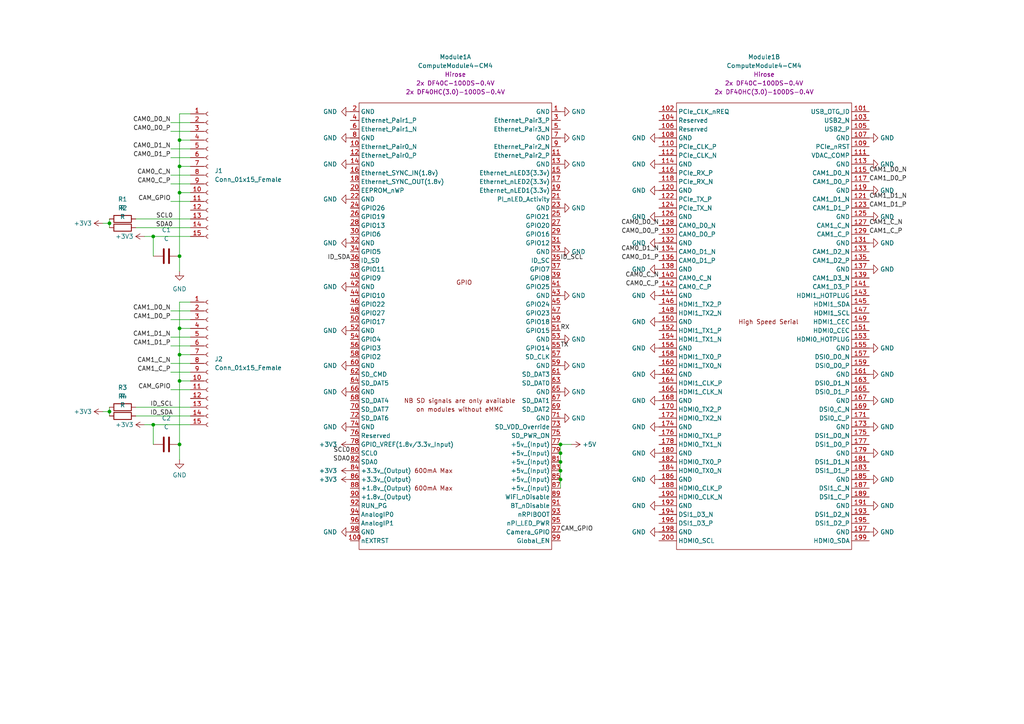
<source format=kicad_sch>
(kicad_sch (version 20211123) (generator eeschema)
  (paper "A4")
  (title_block (title "rpi carrier 1 schematic drawing") (date "2023-08-25") (company "8076ducc"))
  (lib_symbols
    (symbol "CM4IO:ComputeModule4-CM4"
      (property "Reference" "Module" (at 113.03 -68.58 0))
      (property "Value" "ComputeModule4-CM4" (at 140.97 2.54 0))
      (property "Manufacturer" "Hirose" (at 0 0 0))
      (property "MPN" "2x DF40C-100DS-0.4V" (at 0 -2.54 0))
      (property "MPN (Alt)" "2x DF40HC(3.0)-100DS-0.4V" (at 0 0 0))
      (symbol "ComputeModule4-CM4_1_0"
        (text "GPIO" (at 0 6.35 0) (effects (font (size 1.27 1.27))))
      )
      (symbol "ComputeModule4-CM4_1_1"
        (rectangle (start -30.48 -71.12) (end 25.4 58.42))
        (text "600mA Max" (at -8.89 -53.34 0) (effects (font (size 1.27 1.27))))
        (text "600mA Max" (at -8.89 -48.26 0) (effects (font (size 1.27 1.27))))
        (text "NB SD signals are only available" (at -1.27 -27.94 0) (effects (font (size 1.27 1.27))))
        (text "on modules without eMMC" (at -1.27 -30.48 0) (effects (font (size 1.27 1.27))))
        (pin power_in line (at 27.94 55.88 180) (length 2.54) (name "GND") (number "1"))
        (pin passive line (at -33.02 45.72 0) (length 2.54) (name "Ethernet_Pair0_N") (number "10"))
        (pin output line (at -33.02 -68.58 0) (length 2.54) (name "nEXTRST") (number "100"))
        (pin passive line (at 27.94 43.18 180) (length 2.54) (name "Ethernet_Pair2_P") (number "11"))
        (pin passive line (at -33.02 43.18 0) (length 2.54) (name "Ethernet_Pair0_P") (number "12"))
        (pin power_in line (at 27.94 40.64 180) (length 2.54) (name "GND") (number "13"))
        (pin power_in line (at -33.02 40.64 0) (length 2.54) (name "GND") (number "14"))
        (pin output line (at 27.94 38.1 180) (length 2.54) (name "Ethernet_nLED3(3.3v)") (number "15"))
        (pin input line (at -33.02 38.1 0) (length 2.54) (name "Ethernet_SYNC_IN(1.8v)") (number "16"))
        (pin output line (at 27.94 35.56 180) (length 2.54) (name "Ethernet_nLED2(3.3v)") (number "17"))
        (pin input line (at -33.02 35.56 0) (length 2.54) (name "Ethernet_SYNC_OUT(1.8v)") (number "18"))
        (pin output line (at 27.94 33.02 180) (length 2.54) (name "Ethernet_nLED1(3.3v)") (number "19"))
        (pin power_in line (at -33.02 55.88 0) (length 2.54) (name "GND") (number "2"))
        (pin passive line (at -33.02 33.02 0) (length 2.54) (name "EEPROM_nWP") (number "20"))
        (pin open_collector line (at 27.94 30.48 180) (length 2.54) (name "PI_nLED_Activity") (number "21"))
        (pin power_in line (at -33.02 30.48 0) (length 2.54) (name "GND") (number "22"))
        (pin power_in line (at 27.94 27.94 180) (length 2.54) (name "GND") (number "23"))
        (pin passive line (at -33.02 27.94 0) (length 2.54) (name "GPIO26") (number "24"))
        (pin passive line (at 27.94 25.4 180) (length 2.54) (name "GPIO21") (number "25"))
        (pin passive line (at -33.02 25.4 0) (length 2.54) (name "GPIO19") (number "26"))
        (pin passive line (at 27.94 22.86 180) (length 2.54) (name "GPIO20") (number "27"))
        (pin passive line (at -33.02 22.86 0) (length 2.54) (name "GPIO13") (number "28"))
        (pin passive line (at 27.94 20.32 180) (length 2.54) (name "GPIO16") (number "29"))
        (pin passive line (at 27.94 53.34 180) (length 2.54) (name "Ethernet_Pair3_P") (number "3"))
        (pin passive line (at -33.02 20.32 0) (length 2.54) (name "GPIO6") (number "30"))
        (pin passive line (at 27.94 17.78 180) (length 2.54) (name "GPIO12") (number "31"))
        (pin power_in line (at -33.02 17.78 0) (length 2.54) (name "GND") (number "32"))
        (pin power_in line (at 27.94 15.24 180) (length 2.54) (name "GND") (number "33"))
        (pin passive line (at -33.02 15.24 0) (length 2.54) (name "GPIO5") (number "34"))
        (pin passive line (at 27.94 12.7 180) (length 2.54) (name "ID_SC") (number "35"))
        (pin passive line (at -33.02 12.7 0) (length 2.54) (name "ID_SD") (number "36"))
        (pin passive line (at 27.94 10.16 180) (length 2.54) (name "GPIO7") (number "37"))
        (pin passive line (at -33.02 10.16 0) (length 2.54) (name "GPIO11") (number "38"))
        (pin passive line (at 27.94 7.62 180) (length 2.54) (name "GPIO8") (number "39"))
        (pin passive line (at -33.02 53.34 0) (length 2.54) (name "Ethernet_Pair1_P") (number "4"))
        (pin passive line (at -33.02 7.62 0) (length 2.54) (name "GPIO9") (number "40"))
        (pin passive line (at 27.94 5.08 180) (length 2.54) (name "GPIO25") (number "41"))
        (pin power_in line (at -33.02 5.08 0) (length 2.54) (name "GND") (number "42"))
        (pin power_in line (at 27.94 2.54 180) (length 2.54) (name "GND") (number "43"))
        (pin passive line (at -33.02 2.54 0) (length 2.54) (name "GPIO10") (number "44"))
        (pin passive line (at 27.94 0 180) (length 2.54) (name "GPIO24") (number "45"))
        (pin passive line (at -33.02 0 0) (length 2.54) (name "GPIO22") (number "46"))
        (pin passive line (at 27.94 -2.54 180) (length 2.54) (name "GPIO23") (number "47"))
        (pin passive line (at -33.02 -2.54 0) (length 2.54) (name "GPIO27") (number "48"))
        (pin passive line (at 27.94 -5.08 180) (length 2.54) (name "GPIO18") (number "49"))
        (pin passive line (at 27.94 50.8 180) (length 2.54) (name "Ethernet_Pair3_N") (number "5"))
        (pin passive line (at -33.02 -5.08 0) (length 2.54) (name "GPIO17") (number "50"))
        (pin passive line (at 27.94 -7.62 180) (length 2.54) (name "GPIO15") (number "51"))
        (pin power_in line (at -33.02 -7.62 0) (length 2.54) (name "GND") (number "52"))
        (pin power_in line (at 27.94 -10.16 180) (length 2.54) (name "GND") (number "53"))
        (pin passive line (at -33.02 -10.16 0) (length 2.54) (name "GPIO4") (number "54"))
        (pin passive line (at 27.94 -12.7 180) (length 2.54) (name "GPIO14") (number "55"))
        (pin passive line (at -33.02 -12.7 0) (length 2.54) (name "GPIO3") (number "56"))
        (pin passive line (at 27.94 -15.24 180) (length 2.54) (name "SD_CLK") (number "57"))
        (pin passive line (at -33.02 -15.24 0) (length 2.54) (name "GPIO2") (number "58"))
        (pin power_in line (at 27.94 -17.78 180) (length 2.54) (name "GND") (number "59"))
        (pin passive line (at -33.02 50.8 0) (length 2.54) (name "Ethernet_Pair1_N") (number "6"))
        (pin power_in line (at -33.02 -17.78 0) (length 2.54) (name "GND") (number "60"))
        (pin passive line (at 27.94 -20.32 180) (length 2.54) (name "SD_DAT3") (number "61"))
        (pin passive line (at -33.02 -20.32 0) (length 2.54) (name "SD_CMD") (number "62"))
        (pin passive line (at 27.94 -22.86 180) (length 2.54) (name "SD_DAT0") (number "63"))
        (pin passive line (at -33.02 -22.86 0) (length 2.54) (name "SD_DAT5") (number "64"))
        (pin power_in line (at 27.94 -25.4 180) (length 2.54) (name "GND") (number "65"))
        (pin power_in line (at -33.02 -25.4 0) (length 2.54) (name "GND") (number "66"))
        (pin passive line (at 27.94 -27.94 180) (length 2.54) (name "SD_DAT1") (number "67"))
        (pin passive line (at -33.02 -27.94 0) (length 2.54) (name "SD_DAT4") (number "68"))
        (pin passive line (at 27.94 -30.48 180) (length 2.54) (name "SD_DAT2") (number "69"))
        (pin power_in line (at 27.94 48.26 180) (length 2.54) (name "GND") (number "7"))
        (pin passive line (at -33.02 -30.48 0) (length 2.54) (name "SD_DAT7") (number "70"))
        (pin power_in line (at 27.94 -33.02 180) (length 2.54) (name "GND") (number "71"))
        (pin passive line (at -33.02 -33.02 0) (length 2.54) (name "SD_DAT6") (number "72"))
        (pin input line (at 27.94 -35.56 180) (length 2.54) (name "SD_VDD_Override") (number "73"))
        (pin power_in line (at -33.02 -35.56 0) (length 2.54) (name "GND") (number "74"))
        (pin output line (at 27.94 -38.1 180) (length 2.54) (name "SD_PWR_ON") (number "75"))
        (pin passive line (at -33.02 -38.1 0) (length 2.54) (name "Reserved") (number "76"))
        (pin power_in line (at 27.94 -40.64 180) (length 2.54) (name "+5v_(Input)") (number "77"))
        (pin power_in line (at -33.02 -40.64 0) (length 2.54) (name "GPIO_VREF(1.8v/3.3v_Input)") (number "78"))
        (pin power_in line (at 27.94 -43.18 180) (length 2.54) (name "+5v_(Input)") (number "79"))
        (pin power_in line (at -33.02 48.26 0) (length 2.54) (name "GND") (number "8"))
        (pin passive line (at -33.02 -43.18 0) (length 2.54) (name "SCL0") (number "80"))
        (pin power_in line (at 27.94 -45.72 180) (length 2.54) (name "+5v_(Input)") (number "81"))
        (pin passive line (at -33.02 -45.72 0) (length 2.54) (name "SDA0") (number "82"))
        (pin power_in line (at 27.94 -48.26 180) (length 2.54) (name "+5v_(Input)") (number "83"))
        (pin power_out line (at -33.02 -48.26 0) (length 2.54) (name "+3.3v_(Output)") (number "84"))
        (pin power_in line (at 27.94 -50.8 180) (length 2.54) (name "+5v_(Input)") (number "85"))
        (pin power_out line (at -33.02 -50.8 0) (length 2.54) (name "+3.3v_(Output)") (number "86"))
        (pin power_in line (at 27.94 -53.34 180) (length 2.54) (name "+5v_(Input)") (number "87"))
        (pin power_out line (at -33.02 -53.34 0) (length 2.54) (name "+1.8v_(Output)") (number "88"))
        (pin power_in line (at 27.94 -55.88 180) (length 2.54) (name "WiFi_nDisable") (number "89"))
        (pin passive line (at 27.94 45.72 180) (length 2.54) (name "Ethernet_Pair2_N") (number "9"))
        (pin power_out line (at -33.02 -55.88 0) (length 2.54) (name "+1.8v_(Output)") (number "90"))
        (pin power_in line (at 27.94 -58.42 180) (length 2.54) (name "BT_nDisable") (number "91"))
        (pin passive line (at -33.02 -58.42 0) (length 2.54) (name "RUN_PG") (number "92"))
        (pin input line (at 27.94 -60.96 180) (length 2.54) (name "nRPIBOOT") (number "93"))
        (pin passive line (at -33.02 -60.96 0) (length 2.54) (name "AnalogIP0") (number "94"))
        (pin output line (at 27.94 -63.5 180) (length 2.54) (name "nPI_LED_PWR") (number "95"))
        (pin passive line (at -33.02 -63.5 0) (length 2.54) (name "AnalogIP1") (number "96"))
        (pin passive line (at 27.94 -66.04 180) (length 2.54) (name "Camera_GPIO") (number "97"))
        (pin power_in line (at -33.02 -66.04 0) (length 2.54) (name "GND") (number "98"))
        (pin input line (at 27.94 -68.58 180) (length 2.54) (name "Global_EN") (number "99"))
      )
      (symbol "ComputeModule4-CM4_2_1"
        (rectangle (start 114.3 -66.04) (end 165.1 63.5))
        (text "High Speed Serial" (at 140.97 0 0) (effects (font (size 1.27 1.27))))
        (pin input line (at 170.18 60.96 180) (length 5.08) (name "USB_OTG_ID") (number "101"))
        (pin input line (at 109.22 60.96 0) (length 5.08) (name "PCIe_CLK_nREQ") (number "102"))
        (pin passive line (at 170.18 58.42 180) (length 5.08) (name "USB2_N") (number "103"))
        (pin passive line (at 109.22 58.42 0) (length 5.08) (name "Reserved") (number "104"))
        (pin passive line (at 170.18 55.88 180) (length 5.08) (name "USB2_P") (number "105"))
        (pin passive line (at 109.22 55.88 0) (length 5.08) (name "Reserved") (number "106"))
        (pin power_in line (at 170.18 53.34 180) (length 5.08) (name "GND") (number "107"))
        (pin power_in line (at 109.22 53.34 0) (length 5.08) (name "GND") (number "108"))
        (pin bidirectional line (at 170.18 50.8 180) (length 5.08) (name "PCIe_nRST") (number "109"))
        (pin output line (at 109.22 50.8 0) (length 5.08) (name "PCIe_CLK_P") (number "110"))
        (pin passive line (at 170.18 48.26 180) (length 5.08) (name "VDAC_COMP") (number "111"))
        (pin output line (at 109.22 48.26 0) (length 5.08) (name "PCIe_CLK_N") (number "112"))
        (pin power_in line (at 170.18 45.72 180) (length 5.08) (name "GND") (number "113"))
        (pin power_in line (at 109.22 45.72 0) (length 5.08) (name "GND") (number "114"))
        (pin input line (at 170.18 43.18 180) (length 5.08) (name "CAM1_D0_N") (number "115"))
        (pin input line (at 109.22 43.18 0) (length 5.08) (name "PCIe_RX_P") (number "116"))
        (pin input line (at 170.18 40.64 180) (length 5.08) (name "CAM1_D0_P") (number "117"))
        (pin input line (at 109.22 40.64 0) (length 5.08) (name "PCIe_RX_N") (number "118"))
        (pin power_in line (at 170.18 38.1 180) (length 5.08) (name "GND") (number "119"))
        (pin power_in line (at 109.22 38.1 0) (length 5.08) (name "GND") (number "120"))
        (pin input line (at 170.18 35.56 180) (length 5.08) (name "CAM1_D1_N") (number "121"))
        (pin output line (at 109.22 35.56 0) (length 5.08) (name "PCIe_TX_P") (number "122"))
        (pin input line (at 170.18 33.02 180) (length 5.08) (name "CAM1_D1_P") (number "123"))
        (pin output line (at 109.22 33.02 0) (length 5.08) (name "PCIe_TX_N") (number "124"))
        (pin power_in line (at 170.18 30.48 180) (length 5.08) (name "GND") (number "125"))
        (pin power_in line (at 109.22 30.48 0) (length 5.08) (name "GND") (number "126"))
        (pin input line (at 170.18 27.94 180) (length 5.08) (name "CAM1_C_N") (number "127"))
        (pin input line (at 109.22 27.94 0) (length 5.08) (name "CAM0_D0_N") (number "128"))
        (pin input line (at 170.18 25.4 180) (length 5.08) (name "CAM1_C_P") (number "129"))
        (pin input line (at 109.22 25.4 0) (length 5.08) (name "CAM0_D0_P") (number "130"))
        (pin power_in line (at 170.18 22.86 180) (length 5.08) (name "GND") (number "131"))
        (pin power_in line (at 109.22 22.86 0) (length 5.08) (name "GND") (number "132"))
        (pin input line (at 170.18 20.32 180) (length 5.08) (name "CAM1_D2_N") (number "133"))
        (pin input line (at 109.22 20.32 0) (length 5.08) (name "CAM0_D1_N") (number "134"))
        (pin input line (at 170.18 17.78 180) (length 5.08) (name "CAM1_D2_P") (number "135"))
        (pin input line (at 109.22 17.78 0) (length 5.08) (name "CAM0_D1_P") (number "136"))
        (pin power_in line (at 170.18 15.24 180) (length 5.08) (name "GND") (number "137"))
        (pin power_in line (at 109.22 15.24 0) (length 5.08) (name "GND") (number "138"))
        (pin input line (at 170.18 12.7 180) (length 5.08) (name "CAM1_D3_N") (number "139"))
        (pin input line (at 109.22 12.7 0) (length 5.08) (name "CAM0_C_N") (number "140"))
        (pin input line (at 170.18 10.16 180) (length 5.08) (name "CAM1_D3_P") (number "141"))
        (pin input line (at 109.22 10.16 0) (length 5.08) (name "CAM0_C_P") (number "142"))
        (pin input line (at 170.18 7.62 180) (length 5.08) (name "HDMI1_HOTPLUG") (number "143"))
        (pin power_in line (at 109.22 7.62 0) (length 5.08) (name "GND") (number "144"))
        (pin bidirectional line (at 170.18 5.08 180) (length 5.08) (name "HDMI1_SDA") (number "145"))
        (pin output line (at 109.22 5.08 0) (length 5.08) (name "HDMI1_TX2_P") (number "146"))
        (pin open_collector line (at 170.18 2.54 180) (length 5.08) (name "HDMI1_SCL") (number "147"))
        (pin output line (at 109.22 2.54 0) (length 5.08) (name "HDMI1_TX2_N") (number "148"))
        (pin open_collector line (at 170.18 0 180) (length 5.08) (name "HDMI1_CEC") (number "149"))
        (pin power_in line (at 109.22 0 0) (length 5.08) (name "GND") (number "150"))
        (pin open_collector line (at 170.18 -2.54 180) (length 5.08) (name "HDMI0_CEC") (number "151"))
        (pin output line (at 109.22 -2.54 0) (length 5.08) (name "HDMI1_TX1_P") (number "152"))
        (pin input line (at 170.18 -5.08 180) (length 5.08) (name "HDMI0_HOTPLUG") (number "153"))
        (pin output line (at 109.22 -5.08 0) (length 5.08) (name "HDMI1_TX1_N") (number "154"))
        (pin power_in line (at 170.18 -7.62 180) (length 5.08) (name "GND") (number "155"))
        (pin power_in line (at 109.22 -7.62 0) (length 5.08) (name "GND") (number "156"))
        (pin output line (at 170.18 -10.16 180) (length 5.08) (name "DSI0_D0_N") (number "157"))
        (pin output line (at 109.22 -10.16 0) (length 5.08) (name "HDMI1_TX0_P") (number "158"))
        (pin output line (at 170.18 -12.7 180) (length 5.08) (name "DSI0_D0_P") (number "159"))
        (pin output line (at 109.22 -12.7 0) (length 5.08) (name "HDMI1_TX0_N") (number "160"))
        (pin power_in line (at 170.18 -15.24 180) (length 5.08) (name "GND") (number "161"))
        (pin power_in line (at 109.22 -15.24 0) (length 5.08) (name "GND") (number "162"))
        (pin output line (at 170.18 -17.78 180) (length 5.08) (name "DSI0_D1_N") (number "163"))
        (pin output line (at 109.22 -17.78 0) (length 5.08) (name "HDMI1_CLK_P") (number "164"))
        (pin output line (at 170.18 -20.32 180) (length 5.08) (name "DSI0_D1_P") (number "165"))
        (pin output line (at 109.22 -20.32 0) (length 5.08) (name "HDMI1_CLK_N") (number "166"))
        (pin power_in line (at 170.18 -22.86 180) (length 5.08) (name "GND") (number "167"))
        (pin power_in line (at 109.22 -22.86 0) (length 5.08) (name "GND") (number "168"))
        (pin output line (at 170.18 -25.4 180) (length 5.08) (name "DSI0_C_N") (number "169"))
        (pin output line (at 109.22 -25.4 0) (length 5.08) (name "HDMI0_TX2_P") (number "170"))
        (pin output line (at 170.18 -27.94 180) (length 5.08) (name "DSI0_C_P") (number "171"))
        (pin output line (at 109.22 -27.94 0) (length 5.08) (name "HDMI0_TX2_N") (number "172"))
        (pin power_in line (at 170.18 -30.48 180) (length 5.08) (name "GND") (number "173"))
        (pin power_in line (at 109.22 -30.48 0) (length 5.08) (name "GND") (number "174"))
        (pin output line (at 170.18 -33.02 180) (length 5.08) (name "DSI1_D0_N") (number "175"))
        (pin output line (at 109.22 -33.02 0) (length 5.08) (name "HDMI0_TX1_P") (number "176"))
        (pin output line (at 170.18 -35.56 180) (length 5.08) (name "DSI1_D0_P") (number "177"))
        (pin output line (at 109.22 -35.56 0) (length 5.08) (name "HDMI0_TX1_N") (number "178"))
        (pin power_in line (at 170.18 -38.1 180) (length 5.08) (name "GND") (number "179"))
        (pin power_in line (at 109.22 -38.1 0) (length 5.08) (name "GND") (number "180"))
        (pin output line (at 170.18 -40.64 180) (length 5.08) (name "DSI1_D1_N") (number "181"))
        (pin output line (at 109.22 -40.64 0) (length 5.08) (name "HDMI0_TX0_P") (number "182"))
        (pin output line (at 170.18 -43.18 180) (length 5.08) (name "DSI1_D1_P") (number "183"))
        (pin output line (at 109.22 -43.18 0) (length 5.08) (name "HDMI0_TX0_N") (number "184"))
        (pin power_in line (at 170.18 -45.72 180) (length 5.08) (name "GND") (number "185"))
        (pin power_in line (at 109.22 -45.72 0) (length 5.08) (name "GND") (number "186"))
        (pin output line (at 170.18 -48.26 180) (length 5.08) (name "DSI1_C_N") (number "187"))
        (pin output line (at 109.22 -48.26 0) (length 5.08) (name "HDMI0_CLK_P") (number "188"))
        (pin output line (at 170.18 -50.8 180) (length 5.08) (name "DSI1_C_P") (number "189"))
        (pin output line (at 109.22 -50.8 0) (length 5.08) (name "HDMI0_CLK_N") (number "190"))
        (pin power_in line (at 170.18 -53.34 180) (length 5.08) (name "GND") (number "191"))
        (pin power_in line (at 109.22 -53.34 0) (length 5.08) (name "GND") (number "192"))
        (pin output line (at 170.18 -55.88 180) (length 5.08) (name "DSI1_D2_N") (number "193"))
        (pin output line (at 109.22 -55.88 0) (length 5.08) (name "DSI1_D3_N") (number "194"))
        (pin output line (at 170.18 -58.42 180) (length 5.08) (name "DSI1_D2_P") (number "195"))
        (pin output line (at 109.22 -58.42 0) (length 5.08) (name "DSI1_D3_P") (number "196"))
        (pin power_in line (at 170.18 -60.96 180) (length 5.08) (name "GND") (number "197"))
        (pin power_in line (at 109.22 -60.96 0) (length 5.08) (name "GND") (number "198"))
        (pin bidirectional line (at 170.18 -63.5 180) (length 5.08) (name "HDMI0_SDA") (number "199"))
        (pin open_collector line (at 109.22 -63.5 0) (length 5.08) (name "HDMI0_SCL") (number "200"))
      )
    )
    (symbol "Connector:Conn_01x15_Female" (pin_names (offset 1.016) hide)
      (property "Reference" "J" (at 0 20.32 0))
      (property "Value" "Conn_01x15_Female" (at 0 -20.32 0))
      (symbol "Conn_01x15_Female_1_1"
        (arc (start 0 -17.272) (mid -0.508 -17.78) (end 0 -18.288) (stroke (width 0.1524)))
        (arc (start 0 -14.732) (mid -0.508 -15.24) (end 0 -15.748) (stroke (width 0.1524)))
        (arc (start 0 -12.192) (mid -0.508 -12.7) (end 0 -13.208) (stroke (width 0.1524)))
        (arc (start 0 -9.652) (mid -0.508 -10.16) (end 0 -10.668) (stroke (width 0.1524)))
        (arc (start 0 -7.112) (mid -0.508 -7.62) (end 0 -8.128) (stroke (width 0.1524)))
        (arc (start 0 -4.572) (mid -0.508 -5.08) (end 0 -5.588) (stroke (width 0.1524)))
        (arc (start 0 -2.032) (mid -0.508 -2.54) (end 0 -3.048) (stroke (width 0.1524)))
        (polyline (pts (xy -1.27 -17.78) (xy -0.508 -17.78)) (stroke (width 0.1524)))
        (polyline (pts (xy -1.27 -15.24) (xy -0.508 -15.24)) (stroke (width 0.1524)))
        (polyline (pts (xy -1.27 -12.7) (xy -0.508 -12.7)) (stroke (width 0.1524)))
        (polyline (pts (xy -1.27 -10.16) (xy -0.508 -10.16)) (stroke (width 0.1524)))
        (polyline (pts (xy -1.27 -7.62) (xy -0.508 -7.62)) (stroke (width 0.1524)))
        (polyline (pts (xy -1.27 -5.08) (xy -0.508 -5.08)) (stroke (width 0.1524)))
        (polyline (pts (xy -1.27 -2.54) (xy -0.508 -2.54)) (stroke (width 0.1524)))
        (polyline (pts (xy -1.27 0) (xy -0.508 0)) (stroke (width 0.1524)))
        (polyline (pts (xy -1.27 2.54) (xy -0.508 2.54)) (stroke (width 0.1524)))
        (polyline (pts (xy -1.27 5.08) (xy -0.508 5.08)) (stroke (width 0.1524)))
        (polyline (pts (xy -1.27 7.62) (xy -0.508 7.62)) (stroke (width 0.1524)))
        (polyline (pts (xy -1.27 10.16) (xy -0.508 10.16)) (stroke (width 0.1524)))
        (polyline (pts (xy -1.27 12.7) (xy -0.508 12.7)) (stroke (width 0.1524)))
        (polyline (pts (xy -1.27 15.24) (xy -0.508 15.24)) (stroke (width 0.1524)))
        (polyline (pts (xy -1.27 17.78) (xy -0.508 17.78)) (stroke (width 0.1524)))
        (arc (start 0 0.508) (mid -0.508 0) (end 0 -0.508) (stroke (width 0.1524)))
        (arc (start 0 3.048) (mid -0.508 2.54) (end 0 2.032) (stroke (width 0.1524)))
        (arc (start 0 5.588) (mid -0.508 5.08) (end 0 4.572) (stroke (width 0.1524)))
        (arc (start 0 8.128) (mid -0.508 7.62) (end 0 7.112) (stroke (width 0.1524)))
        (arc (start 0 10.668) (mid -0.508 10.16) (end 0 9.652) (stroke (width 0.1524)))
        (arc (start 0 13.208) (mid -0.508 12.7) (end 0 12.192) (stroke (width 0.1524)))
        (arc (start 0 15.748) (mid -0.508 15.24) (end 0 14.732) (stroke (width 0.1524)))
        (arc (start 0 18.288) (mid -0.508 17.78) (end 0 17.272) (stroke (width 0.1524)))
        (pin passive line (at -5.08 17.78 0) (length 3.81) (name "Pin_1") (number "1"))
        (pin passive line (at -5.08 -5.08 0) (length 3.81) (name "Pin_10") (number "10"))
        (pin passive line (at -5.08 -7.62 0) (length 3.81) (name "Pin_11") (number "11"))
        (pin passive line (at -5.08 -10.16 0) (length 3.81) (name "Pin_12") (number "12"))
        (pin passive line (at -5.08 -12.7 0) (length 3.81) (name "Pin_13") (number "13"))
        (pin passive line (at -5.08 -15.24 0) (length 3.81) (name "Pin_14") (number "14"))
        (pin passive line (at -5.08 -17.78 0) (length 3.81) (name "Pin_15") (number "15"))
        (pin passive line (at -5.08 15.24 0) (length 3.81) (name "Pin_2") (number "2"))
        (pin passive line (at -5.08 12.7 0) (length 3.81) (name "Pin_3") (number "3"))
        (pin passive line (at -5.08 10.16 0) (length 3.81) (name "Pin_4") (number "4"))
        (pin passive line (at -5.08 7.62 0) (length 3.81) (name "Pin_5") (number "5"))
        (pin passive line (at -5.08 5.08 0) (length 3.81) (name "Pin_6") (number "6"))
        (pin passive line (at -5.08 2.54 0) (length 3.81) (name "Pin_7") (number "7"))
        (pin passive line (at -5.08 0 0) (length 3.81) (name "Pin_8") (number "8"))
        (pin passive line (at -5.08 -2.54 0) (length 3.81) (name "Pin_9") (number "9"))
      )
    )
    (symbol "Device:C" (pin_numbers hide) (pin_names (offset 0.254))
      (property "Reference" "C" (at 0.635 2.54 0))
      (property "Value" "C" (at 0.635 -2.54 0))
      (symbol "C_0_1"
        (polyline (pts (xy -2.032 -0.762) (xy 2.032 -0.762)) (stroke (width 0.508)))
        (polyline (pts (xy -2.032 0.762) (xy 2.032 0.762)) (stroke (width 0.508)))
      )
      (symbol "C_1_1"
        (pin passive line (at 0 3.81 270) (length 2.794) (name "~") (number "1"))
        (pin passive line (at 0 -3.81 90) (length 2.794) (name "~") (number "2"))
      )
    )
    (symbol "Device:R" (pin_numbers hide) (pin_names (offset 0))
      (property "Reference" "R" (at 2.032 0 90))
      (property "Value" "R" (at 0 0 90))
      (symbol "R_0_1"
        (rectangle (start -1.016 -2.54) (end 1.016 2.54) (stroke (width 0.254)))
      )
      (symbol "R_1_1"
        (pin passive line (at 0 3.81 270) (length 1.27) (name "~") (number "1"))
        (pin passive line (at 0 -3.81 90) (length 1.27) (name "~") (number "2"))
      )
    )
    (symbol "power:+3V3" (power) (pin_names (offset 0))
      (property "Value" "+3V3" (at 0 3.556 0))
      (symbol "+3V3_0_1"
        (polyline (pts (xy -0.762 1.27) (xy 0 2.54)))
        (polyline (pts (xy 0 0) (xy 0 2.54)))
        (polyline (pts (xy 0 2.54) (xy 0.762 1.27)))
      )
      (symbol "+3V3_1_1"
        (pin power_in line (at 0 0 90) (length 0) hide (name "+3V3") (number "1"))
      )
    )
    (symbol "power:+5V" (power) (pin_names (offset 0))
      (property "Value" "+5V" (at 0 3.556 0))
      (symbol "+5V_0_1"
        (polyline (pts (xy -0.762 1.27) (xy 0 2.54)))
        (polyline (pts (xy 0 0) (xy 0 2.54)))
        (polyline (pts (xy 0 2.54) (xy 0.762 1.27)))
      )
      (symbol "+5V_1_1"
        (pin power_in line (at 0 0 90) (length 0) hide (name "+5V") (number "1"))
      )
    )
    (symbol "power:GND" (power) (pin_names (offset 0))
      (property "Value" "GND" (at 0 -3.81 0))
      (symbol "GND_0_1"
        (polyline (pts (xy 0 0) (xy 0 -1.27) (xy 1.27 -1.27) (xy 0 -2.54) (xy -1.27 -1.27) (xy 0 -1.27)))
      )
      (symbol "GND_1_1"
        (pin power_in line (at 0 0 270) (length 0) hide (name "GND") (number "1"))
      )
    )
  )
  (junction (at 31.75 64.77))
  (junction (at 162.56 131.445))
  (junction (at 162.56 133.985))
  (junction (at 162.56 128.905))
  (junction (at 52.07 128.905))
  (junction (at 52.07 110.49))
  (junction (at 162.56 136.525))
  (junction (at 52.07 48.26))
  (junction (at 162.56 139.065))
  (junction (at 52.07 55.88))
  (junction (at 44.45 68.58))
  (junction (at 52.07 40.64))
  (junction (at 52.07 74.295))
  (junction (at 31.75 119.38))
  (junction (at 52.07 102.87))
  (junction (at 44.45 123.19))
  (junction (at 52.07 95.25))
  (wire (pts (xy 49.53 58.42) (xy 55.245 58.42)))
  (wire (pts (xy 52.07 55.88) (xy 52.07 74.295)))
  (wire (pts (xy 162.56 131.445) (xy 162.56 133.985)))
  (wire (pts (xy 44.45 68.58) (xy 55.245 68.58)))
  (wire (pts (xy 52.07 95.25) (xy 55.245 95.25)))
  (wire (pts (xy 29.845 119.38) (xy 31.75 119.38)))
  (wire (pts (xy 31.75 118.11) (xy 31.75 119.38)))
  (wire (pts (xy 41.91 123.19) (xy 44.45 123.19)))
  (wire (pts (xy 49.53 113.03) (xy 55.245 113.03)))
  (wire (pts (xy 31.75 63.5) (xy 31.75 64.77)))
  (wire (pts (xy 52.07 74.295) (xy 52.07 78.74)))
  (wire (pts (xy 162.56 139.065) (xy 162.56 141.605)))
  (wire (pts (xy 162.56 128.905) (xy 162.56 131.445)))
  (wire (pts (xy 39.37 120.65) (xy 55.245 120.65)))
  (wire (pts (xy 49.53 50.8) (xy 55.245 50.8)))
  (wire (pts (xy 162.56 128.905) (xy 165.735 128.905)))
  (wire (pts (xy 52.07 102.87) (xy 52.07 110.49)))
  (wire (pts (xy 29.845 64.77) (xy 31.75 64.77)))
  (wire (pts (xy 49.53 45.72) (xy 55.245 45.72)))
  (wire (pts (xy 52.07 40.64) (xy 52.07 48.26)))
  (wire (pts (xy 31.75 119.38) (xy 31.75 120.65)))
  (wire (pts (xy 39.37 118.11) (xy 55.245 118.11)))
  (wire (pts (xy 49.53 53.34) (xy 55.245 53.34)))
  (wire (pts (xy 49.53 92.71) (xy 55.245 92.71)))
  (wire (pts (xy 49.53 97.79) (xy 55.245 97.79)))
  (wire (pts (xy 52.07 102.87) (xy 55.245 102.87)))
  (wire (pts (xy 52.07 48.26) (xy 52.07 55.88)))
  (wire (pts (xy 52.07 95.25) (xy 52.07 102.87)))
  (wire (pts (xy 55.245 33.02) (xy 52.07 33.02)))
  (wire (pts (xy 52.07 128.905) (xy 52.07 133.35)))
  (wire (pts (xy 49.53 38.1) (xy 55.245 38.1)))
  (wire (pts (xy 52.07 110.49) (xy 52.07 128.905)))
  (wire (pts (xy 39.37 63.5) (xy 55.245 63.5)))
  (wire (pts (xy 41.91 68.58) (xy 44.45 68.58)))
  (wire (pts (xy 52.07 48.26) (xy 55.245 48.26)))
  (wire (pts (xy 52.07 110.49) (xy 55.245 110.49)))
  (wire (pts (xy 49.53 105.41) (xy 55.245 105.41)))
  (wire (pts (xy 31.75 64.77) (xy 31.75 66.04)))
  (wire (pts (xy 44.45 68.58) (xy 44.45 74.295)))
  (wire (pts (xy 44.45 123.19) (xy 55.245 123.19)))
  (wire (pts (xy 52.07 33.02) (xy 52.07 40.64)))
  (wire (pts (xy 49.53 43.18) (xy 55.245 43.18)))
  (wire (pts (xy 52.07 55.88) (xy 55.245 55.88)))
  (wire (pts (xy 162.56 133.985) (xy 162.56 136.525)))
  (wire (pts (xy 49.53 100.33) (xy 55.245 100.33)))
  (wire (pts (xy 49.53 90.17) (xy 55.245 90.17)))
  (wire (pts (xy 55.245 87.63) (xy 52.07 87.63)))
  (wire (pts (xy 52.07 87.63) (xy 52.07 95.25)))
  (wire (pts (xy 49.53 35.56) (xy 55.245 35.56)))
  (wire (pts (xy 49.53 107.95) (xy 55.245 107.95)))
  (wire (pts (xy 162.56 136.525) (xy 162.56 139.065)))
  (wire (pts (xy 44.45 123.19) (xy 44.45 128.905)))
  (wire (pts (xy 52.07 40.64) (xy 55.245 40.64)))
  (wire (pts (xy 39.37 66.04) (xy 55.245 66.04)))
  (label "ID_SCL" (at 162.56 75.565 0))
  (label "CAM1_D1_N" (at 49.53 97.79 180))
  (label "CAM1_D1_P" (at 252.095 60.325 0))
  (label "CAM0_D1_P" (at 191.135 75.565 180))
  (label "CAM0_D0_P" (at 49.53 38.1 180))
  (label "CAM0_C_N" (at 49.53 50.8 180))
  (label "CAM0_D0_N" (at 49.53 35.56 180))
  (label "CAM1_D0_N" (at 252.095 50.165 0))
  (label "CAM1_C_N" (at 49.53 105.41 180))
  (label "CAM0_D0_P" (at 191.135 67.945 180))
  (label "CAM1_D0_P" (at 49.53 92.71 180))
  (label "CAM1_C_P" (at 49.53 107.95 180))
  (label "CAM0_C_P" (at 49.53 53.34 180))
  (label "CAM_GPIO" (at 49.53 113.03 180))
  (label "RX" (at 162.56 95.885 0))
  (label "CAM0_D1_N" (at 191.135 73.025 180))
  (label "CAM1_D0_P" (at 252.095 52.705 0))
  (label "ID_SDA" (at 50.165 120.65 180))
  (label "CAM_GPIO" (at 49.53 58.42 180))
  (label "CAM0_C_P" (at 191.135 83.185 180))
  (label "SCL0" (at 50.165 63.5 180))
  (label "CAM_GPIO" (at 162.56 154.305 0))
  (label "CAM1_C_P" (at 252.095 67.945 0))
  (label "ID_SDA" (at 101.6 75.565 180))
  (label "SCL0" (at 101.6 131.445 180))
  (label "TX" (at 162.56 100.965 0))
  (label "CAM0_C_N" (at 191.135 80.645 180))
  (label "SDA0" (at 50.165 66.04 180))
  (label "SDA0" (at 101.6 133.985 180))
  (label "CAM1_D1_P" (at 49.53 100.33 180))
  (label "CAM0_D1_N" (at 49.53 43.18 180))
  (label "CAM1_D0_N" (at 49.53 90.17 180))
  (label "ID_SCL" (at 50.165 118.11 180))
  (label "CAM1_C_N" (at 252.095 65.405 0))
  (label "CAM0_D0_N" (at 191.135 65.405 180))
  (label "CAM1_D1_N" (at 252.095 57.785 0))
  (label "CAM0_D1_P" (at 49.53 45.72 180))
  (symbol (lib_id "power:+3V3") (at 41.91 123.19 90) (unit 1)
    (property "Reference" "#PWR0113" (effects hide))
    (property "Value" "+3V3" (at 38.735 123.1899 90) (effects (justify left)))
  )
  (symbol (lib_id "power:GND") (at 191.135 62.865 270) (unit 1)
    (property "Reference" "#PWR0122" (effects hide))
    (property "Value" "GND" (at 187.325 62.8649 90) (effects (justify right)))
  )
  (symbol (lib_id "power:GND") (at 252.095 123.825 90) (unit 1)
    (property "Reference" "#PWR0142" (effects hide))
    (property "Value" "GND" (at 255.27 123.8249 90) (effects (justify right)))
  )
  (symbol (lib_id "power:GND") (at 191.135 131.445 270) (unit 1)
    (property "Reference" "#PWR0139" (effects hide))
    (property "Value" "GND" (at 187.325 131.4449 90) (effects (justify right)))
  )
  (symbol (lib_id "power:GND") (at 252.095 55.245 90) (unit 1)
    (property "Reference" "#PWR0118" (effects hide))
    (property "Value" "GND" (at 255.27 55.2449 90) (effects (justify right)))
  )
  (symbol (lib_id "power:GND") (at 162.56 98.425 90) (unit 1)
    (property "Reference" "#PWR0135" (effects hide))
    (property "Value" "GND" (at 165.735 98.4249 90) (effects (justify right)))
  )
  (symbol (lib_id "power:+3V3") (at 101.6 139.065 90) (unit 1)
    (property "Reference" "#PWR0105" (effects hide))
    (property "Value" "+3V3" (at 97.79 139.0649 90) (effects (justify left)))
  )
  (symbol (lib_id "power:GND") (at 162.56 40.005 90) (unit 1)
    (property "Reference" "#PWR0130" (effects hide))
    (property "Value" "GND" (at 165.735 40.0049 90) (effects (justify right)))
  )
  (symbol (lib_id "power:GND") (at 162.56 121.285 90) (unit 1)
    (property "Reference" "#PWR0152" (effects hide))
    (property "Value" "GND" (at 165.735 121.2849 90) (effects (justify right)))
  )
  (symbol (lib_id "power:GND") (at 101.6 113.665 270) (unit 1)
    (property "Reference" "#PWR0103" (effects hide))
    (property "Value" "GND" (at 97.79 113.6649 90) (effects (justify right)))
  )
  (symbol (lib_id "power:GND") (at 162.56 32.385 90) (unit 1)
    (property "Reference" "#PWR0132" (effects hide))
    (property "Value" "GND" (at 165.735 32.3849 90) (effects (justify right)))
  )
  (symbol (lib_id "power:GND") (at 101.6 154.305 270) (unit 1)
    (property "Reference" "#PWR0106" (effects hide))
    (property "Value" "GND" (at 97.79 154.3049 90) (effects (justify right)))
  )
  (symbol (lib_id "power:GND") (at 101.6 47.625 270) (unit 1)
    (property "Reference" "#PWR0159" (effects hide))
    (property "Value" "GND" (at 97.79 47.6249 90) (effects (justify right)))
  )
  (symbol (lib_id "power:GND") (at 191.135 108.585 270) (unit 1)
    (property "Reference" "#PWR0149" (effects hide))
    (property "Value" "GND" (at 187.325 108.5849 90) (effects (justify right)))
  )
  (symbol (lib_id "power:GND") (at 52.07 133.35 0) (unit 1)
    (property "Reference" "#PWR0161" (effects hide))
    (property "Value" "GND" (at 52.07 137.795 0))
  )
  (symbol (lib_id "Device:R") (at 35.56 118.11 90) (unit 1)
    (property "Reference" "R3" (at 35.56 112.395 90))
    (property "Value" "R" (at 35.56 114.935 90))
  )
  (symbol (lib_id "power:GND") (at 191.135 93.345 270) (unit 1)
    (property "Reference" "#PWR0133" (effects hide))
    (property "Value" "GND" (at 187.325 93.3449 90) (effects (justify right)))
  )
  (symbol (lib_id "power:GND") (at 191.135 123.825 270) (unit 1)
    (property "Reference" "#PWR0150" (effects hide))
    (property "Value" "GND" (at 187.325 123.8249 90) (effects (justify right)))
  )
  (symbol (lib_id "power:+3V3") (at 101.6 128.905 90) (unit 1)
    (property "Reference" "#PWR0101" (effects hide))
    (property "Value" "+3V3" (at 97.79 128.9049 90) (effects (justify left)))
  )
  (symbol (lib_id "power:GND") (at 252.095 116.205 90) (unit 1)
    (property "Reference" "#PWR0144" (effects hide))
    (property "Value" "GND" (at 255.27 116.2049 90) (effects (justify right)))
  )
  (symbol (lib_id "power:GND") (at 101.6 32.385 270) (unit 1)
    (property "Reference" "#PWR0110" (effects hide))
    (property "Value" "GND" (at 97.79 32.3849 90) (effects (justify right)))
  )
  (symbol (lib_id "power:GND") (at 191.135 40.005 270) (unit 1)
    (property "Reference" "#PWR0123" (effects hide))
    (property "Value" "GND" (at 187.325 40.0049 90) (effects (justify right)))
  )
  (symbol (lib_id "power:GND") (at 252.095 154.305 90) (unit 1)
    (property "Reference" "#PWR0156" (effects hide))
    (property "Value" "GND" (at 255.27 154.3049 90) (effects (justify right)))
  )
  (symbol (lib_id "power:+5V") (at 165.735 128.905 270) (unit 1)
    (property "Reference" "#PWR0140" (effects hide))
    (property "Value" "+5V" (at 168.91 128.9049 90) (effects (justify left)))
  )
  (symbol (lib_id "power:GND") (at 191.135 100.965 270) (unit 1)
    (property "Reference" "#PWR0148" (effects hide))
    (property "Value" "GND" (at 187.325 100.9649 90) (effects (justify right)))
  )
  (symbol (lib_id "power:GND") (at 252.095 78.105 90) (unit 1)
    (property "Reference" "#PWR0125" (effects hide))
    (property "Value" "GND" (at 255.27 78.1049 90) (effects (justify right)))
  )
  (symbol (lib_id "power:GND") (at 101.6 95.885 270) (unit 1)
    (property "Reference" "#PWR0157" (effects hide))
    (property "Value" "GND" (at 97.79 95.8849 90) (effects (justify right)))
  )
  (symbol (lib_id "power:GND") (at 252.095 146.685 90) (unit 1)
    (property "Reference" "#PWR0155" (effects hide))
    (property "Value" "GND" (at 255.27 146.6849 90) (effects (justify right)))
  )
  (symbol (lib_id "Device:R") (at 35.56 66.04 90) (unit 1)
    (property "Reference" "R2" (at 35.56 60.325 90))
    (property "Value" "R" (at 35.56 62.865 90))
  )
  (symbol (lib_id "power:+3V3") (at 101.6 136.525 90) (unit 1)
    (property "Reference" "#PWR0107" (effects hide))
    (property "Value" "+3V3" (at 97.79 136.5249 90) (effects (justify left)))
  )
  (symbol (lib_id "power:GND") (at 191.135 55.245 270) (unit 1)
    (property "Reference" "#PWR0121" (effects hide))
    (property "Value" "GND" (at 187.325 55.2449 90) (effects (justify right)))
  )
  (symbol (lib_id "power:GND") (at 252.095 70.485 90) (unit 1)
    (property "Reference" "#PWR0126" (effects hide))
    (property "Value" "GND" (at 255.27 70.4849 90) (effects (justify right)))
  )
  (symbol (lib_id "power:GND") (at 252.095 131.445 90) (unit 1)
    (property "Reference" "#PWR0143" (effects hide))
    (property "Value" "GND" (at 255.27 131.4449 90) (effects (justify right)))
  )
  (symbol (lib_id "power:+3V3") (at 29.845 119.38 90) (unit 1)
    (property "Reference" "#PWR0111" (effects hide))
    (property "Value" "+3V3" (at 26.67 119.3799 90) (effects (justify left)))
  )
  (symbol (lib_id "power:GND") (at 162.56 60.325 90) (unit 1)
    (property "Reference" "#PWR0128" (effects hide))
    (property "Value" "GND" (at 165.735 60.3249 90) (effects (justify right)))
  )
  (symbol (lib_id "power:GND") (at 252.095 47.625 90) (unit 1)
    (property "Reference" "#PWR0119" (effects hide))
    (property "Value" "GND" (at 255.27 47.6249 90) (effects (justify right)))
  )
  (symbol (lib_id "power:GND") (at 191.135 116.205 270) (unit 1)
    (property "Reference" "#PWR0153" (effects hide))
    (property "Value" "GND" (at 187.325 116.2049 90) (effects (justify right)))
  )
  (symbol (lib_id "power:GND") (at 191.135 146.685 270) (unit 1)
    (property "Reference" "#PWR0137" (effects hide))
    (property "Value" "GND" (at 187.325 146.6849 90) (effects (justify right)))
  )
  (symbol (lib_id "power:GND") (at 162.56 73.025 90) (unit 1)
    (property "Reference" "#PWR0129" (effects hide))
    (property "Value" "GND" (at 165.735 73.0249 90) (effects (justify right)))
  )
  (symbol (lib_id "power:GND") (at 191.135 70.485 270) (unit 1)
    (property "Reference" "#PWR0116" (effects hide))
    (property "Value" "GND" (at 187.325 70.4849 90) (effects (justify right)))
  )
  (symbol (lib_id "power:GND") (at 101.6 106.045 270) (unit 1)
    (property "Reference" "#PWR0102" (effects hide))
    (property "Value" "GND" (at 97.79 106.0449 90) (effects (justify right)))
  )
  (symbol (lib_id "power:GND") (at 252.095 62.865 90) (unit 1)
    (property "Reference" "#PWR0127" (effects hide))
    (property "Value" "GND" (at 255.27 62.8649 90) (effects (justify right)))
  )
  (symbol (lib_id "CM4IO:ComputeModule4-CM4") (at 134.62 88.265 0) (unit 1)
    (property "Reference" "Module1" (at 132.08 16.51 0))
    (property "Value" "ComputeModule4-CM4" (at 132.08 19.05 0))
    (property "Footprint" "CM4IO:Raspberry-Pi-4-Compute-Module" (effects hide))
    (property "Manufacturer" "Hirose" (at 132.08 21.59 0))
    (property "MPN" "2x DF40C-100DS-0.4V" (at 132.08 24.13 0))
    (property "Digi-Key_PN" "2x H11615CT-ND" (effects hide))
    (property "Digi-Key_PN (Alt)" "2x H124602CT-ND" (effects hide))
    (property "MPN (Alt)" "2x DF40HC(3.0)-100DS-0.4V" (at 132.08 26.67 0))
  )
  (symbol (lib_id "Connector:Conn_01x15_Female") (at 60.325 50.8 0) (unit 1)
    (property "Reference" "J1" (at 62.23 49.5299 0) (effects (justify left)))
    (property "Value" "Conn_01x15_Female" (at 62.23 52.0699 0) (effects (justify left)))
    (property "Footprint" "Connector_FFC-FPC:Hirose_FH12-15S-0.5SH_1x15-1MP_P0.50mm_Horizontal" (effects hide))
  )
  (symbol (lib_id "power:GND") (at 191.135 154.305 270) (unit 1)
    (property "Reference" "#PWR0138" (effects hide))
    (property "Value" "GND" (at 187.325 154.3049 90) (effects (justify right)))
  )
  (symbol (lib_id "power:GND") (at 101.6 40.005 270) (unit 1)
    (property "Reference" "#PWR0160" (effects hide))
    (property "Value" "GND" (at 97.79 40.0049 90) (effects (justify right)))
  )
  (symbol (lib_id "Connector:Conn_01x15_Female") (at 60.325 105.41 0) (unit 1)
    (property "Reference" "J2" (at 62.23 104.1399 0) (effects (justify left)))
    (property "Value" "Conn_01x15_Female" (at 62.23 106.6799 0) (effects (justify left)))
    (property "Footprint" "Connector_FFC-FPC:Hirose_FH12-15S-0.5SH_1x15-1MP_P0.50mm_Horizontal" (effects hide))
  )
  (symbol (lib_id "power:GND") (at 191.135 139.065 270) (unit 1)
    (property "Reference" "#PWR0141" (effects hide))
    (property "Value" "GND" (at 187.325 139.0649 90) (effects (justify right)))
  )
  (symbol (lib_id "CM4IO:ComputeModule4-CM4") (at 81.915 93.345 0) (unit 2)
    (property "Reference" "Module1" (at 221.615 16.51 0))
    (property "Value" "ComputeModule4-CM4" (at 221.615 19.05 0))
    (property "Footprint" "CM4IO:Raspberry-Pi-4-Compute-Module" (effects hide))
    (property "Manufacturer" "Hirose" (at 221.615 21.59 0))
    (property "MPN" "2x DF40C-100DS-0.4V" (at 221.615 24.13 0))
    (property "Digi-Key_PN" "2x H11615CT-ND" (effects hide))
    (property "Digi-Key_PN (Alt)" "2x H124602CT-ND" (effects hide))
    (property "MPN (Alt)" "2x DF40HC(3.0)-100DS-0.4V" (at 221.615 26.67 0))
  )
  (symbol (lib_id "power:+3V3") (at 29.845 64.77 90) (unit 1)
    (property "Reference" "#PWR0114" (effects hide))
    (property "Value" "+3V3" (at 26.67 64.7699 90) (effects (justify left)))
  )
  (symbol (lib_id "power:GND") (at 191.135 78.105 270) (unit 1)
    (property "Reference" "#PWR0117" (effects hide))
    (property "Value" "GND" (at 187.325 78.1049 90) (effects (justify right)))
  )
  (symbol (lib_id "power:GND") (at 191.135 47.625 270) (unit 1)
    (property "Reference" "#PWR0124" (effects hide))
    (property "Value" "GND" (at 187.325 47.6249 90) (effects (justify right)))
  )
  (symbol (lib_id "Device:R") (at 35.56 63.5 90) (unit 1)
    (property "Reference" "R1" (at 35.56 57.785 90))
    (property "Value" "R" (at 35.56 60.325 90))
  )
  (symbol (lib_id "power:GND") (at 101.6 83.185 270) (unit 1)
    (property "Reference" "#PWR0108" (effects hide))
    (property "Value" "GND" (at 97.79 83.1849 90) (effects (justify right)))
  )
  (symbol (lib_id "power:GND") (at 162.56 106.045 90) (unit 1)
    (property "Reference" "#PWR0151" (effects hide))
    (property "Value" "GND" (at 165.735 106.0449 90) (effects (justify right)))
  )
  (symbol (lib_id "Device:C") (at 48.26 74.295 90) (unit 1)
    (property "Reference" "C1" (at 48.26 66.675 90))
    (property "Value" "C" (at 48.26 69.215 90))
  )
  (symbol (lib_id "power:GND") (at 252.095 40.005 90) (unit 1)
    (property "Reference" "#PWR0120" (effects hide))
    (property "Value" "GND" (at 255.27 40.0049 90) (effects (justify right)))
  )
  (symbol (lib_id "power:GND") (at 162.56 113.665 90) (unit 1)
    (property "Reference" "#PWR0147" (effects hide))
    (property "Value" "GND" (at 165.735 113.6649 90) (effects (justify right)))
  )
  (symbol (lib_id "power:GND") (at 162.56 85.725 90) (unit 1)
    (property "Reference" "#PWR0134" (effects hide))
    (property "Value" "GND" (at 165.735 85.7249 90) (effects (justify right)))
  )
  (symbol (lib_id "power:GND") (at 252.095 108.585 90) (unit 1)
    (property "Reference" "#PWR0145" (effects hide))
    (property "Value" "GND" (at 255.27 108.5849 90) (effects (justify right)))
  )
  (symbol (lib_id "power:GND") (at 252.095 100.965 90) (unit 1)
    (property "Reference" "#PWR0154" (effects hide))
    (property "Value" "GND" (at 255.27 100.9649 90) (effects (justify right)))
  )
  (symbol (lib_id "power:+3V3") (at 41.91 68.58 90) (unit 1)
    (property "Reference" "#PWR0115" (effects hide))
    (property "Value" "+3V3" (at 38.735 68.5799 90) (effects (justify left)))
  )
  (symbol (lib_id "power:GND") (at 101.6 57.785 270) (unit 1)
    (property "Reference" "#PWR0158" (effects hide))
    (property "Value" "GND" (at 97.79 57.7849 90) (effects (justify right)))
  )
  (symbol (lib_id "power:GND") (at 162.56 47.625 90) (unit 1)
    (property "Reference" "#PWR0131" (effects hide))
    (property "Value" "GND" (at 165.735 47.6249 90) (effects (justify right)))
  )
  (symbol (lib_id "power:GND") (at 101.6 70.485 270) (unit 1)
    (property "Reference" "#PWR0109" (effects hide))
    (property "Value" "GND" (at 97.79 70.4849 90) (effects (justify right)))
  )
  (symbol (lib_id "Device:R") (at 35.56 120.65 90) (unit 1)
    (property "Reference" "R4" (at 35.56 114.935 90))
    (property "Value" "R" (at 35.56 117.475 90))
  )
  (symbol (lib_id "power:GND") (at 52.07 78.74 0) (unit 1)
    (property "Reference" "#PWR0112" (effects hide))
    (property "Value" "GND" (at 52.07 83.82 0))
  )
  (symbol (lib_id "power:GND") (at 101.6 123.825 270) (unit 1)
    (property "Reference" "#PWR0104" (effects hide))
    (property "Value" "GND" (at 97.79 123.8249 90) (effects (justify right)))
  )
  (symbol (lib_id "power:GND") (at 191.135 85.725 270) (unit 1)
    (property "Reference" "#PWR0136" (effects hide))
    (property "Value" "GND" (at 187.325 85.7249 90) (effects (justify right)))
  )
  (symbol (lib_id "Device:C") (at 48.26 128.905 90) (unit 1)
    (property "Reference" "C2" (at 48.26 121.285 90))
    (property "Value" "C" (at 48.26 123.825 90))
  )
  (symbol (lib_id "power:GND") (at 252.095 139.065 90) (unit 1)
    (property "Reference" "#PWR0146" (effects hide))
    (property "Value" "GND" (at 255.27 139.0649 90) (effects (justify right)))
  )
)
</source>
